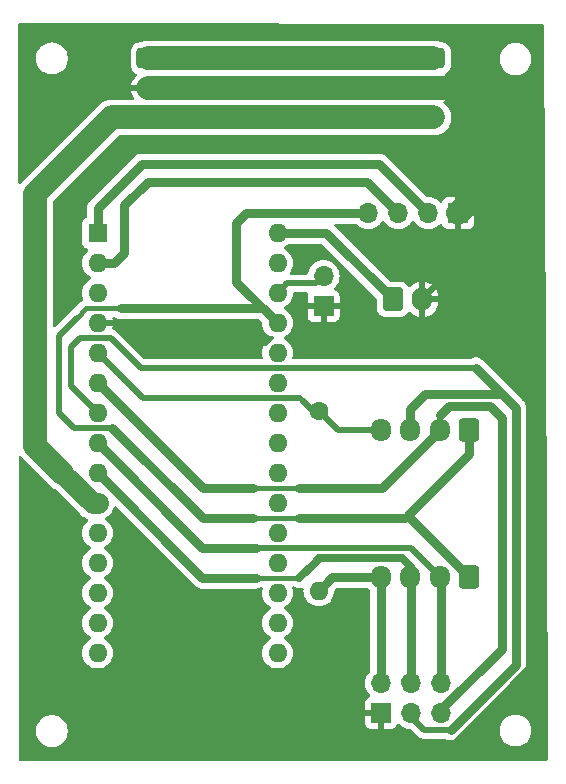
<source format=gbr>
%TF.GenerationSoftware,KiCad,Pcbnew,8.0.0*%
%TF.CreationDate,2024-04-24T20:10:34-07:00*%
%TF.ProjectId,stepper_controller_pcb,73746570-7065-4725-9f63-6f6e74726f6c,rev?*%
%TF.SameCoordinates,Original*%
%TF.FileFunction,Copper,L2,Bot*%
%TF.FilePolarity,Positive*%
%FSLAX46Y46*%
G04 Gerber Fmt 4.6, Leading zero omitted, Abs format (unit mm)*
G04 Created by KiCad (PCBNEW 8.0.0) date 2024-04-24 20:10:34*
%MOMM*%
%LPD*%
G01*
G04 APERTURE LIST*
G04 Aperture macros list*
%AMRoundRect*
0 Rectangle with rounded corners*
0 $1 Rounding radius*
0 $2 $3 $4 $5 $6 $7 $8 $9 X,Y pos of 4 corners*
0 Add a 4 corners polygon primitive as box body*
4,1,4,$2,$3,$4,$5,$6,$7,$8,$9,$2,$3,0*
0 Add four circle primitives for the rounded corners*
1,1,$1+$1,$2,$3*
1,1,$1+$1,$4,$5*
1,1,$1+$1,$6,$7*
1,1,$1+$1,$8,$9*
0 Add four rect primitives between the rounded corners*
20,1,$1+$1,$2,$3,$4,$5,0*
20,1,$1+$1,$4,$5,$6,$7,0*
20,1,$1+$1,$6,$7,$8,$9,0*
20,1,$1+$1,$8,$9,$2,$3,0*%
G04 Aperture macros list end*
%TA.AperFunction,ComponentPad*%
%ADD10RoundRect,0.250000X-0.725000X0.600000X-0.725000X-0.600000X0.725000X-0.600000X0.725000X0.600000X0*%
%TD*%
%TA.AperFunction,ComponentPad*%
%ADD11O,1.950000X1.700000*%
%TD*%
%TA.AperFunction,ComponentPad*%
%ADD12R,1.700000X1.700000*%
%TD*%
%TA.AperFunction,ComponentPad*%
%ADD13O,1.700000X1.700000*%
%TD*%
%TA.AperFunction,ComponentPad*%
%ADD14R,1.600000X1.600000*%
%TD*%
%TA.AperFunction,ComponentPad*%
%ADD15O,1.600000X1.600000*%
%TD*%
%TA.AperFunction,ComponentPad*%
%ADD16RoundRect,0.250000X0.600000X0.725000X-0.600000X0.725000X-0.600000X-0.725000X0.600000X-0.725000X0*%
%TD*%
%TA.AperFunction,ComponentPad*%
%ADD17O,1.700000X1.950000*%
%TD*%
%TA.AperFunction,ComponentPad*%
%ADD18RoundRect,0.250000X-0.600000X-0.750000X0.600000X-0.750000X0.600000X0.750000X-0.600000X0.750000X0*%
%TD*%
%TA.AperFunction,ComponentPad*%
%ADD19O,1.700000X2.000000*%
%TD*%
%TA.AperFunction,ComponentPad*%
%ADD20C,1.600000*%
%TD*%
%TA.AperFunction,Conductor*%
%ADD21C,0.700000*%
%TD*%
%TA.AperFunction,Conductor*%
%ADD22C,0.400000*%
%TD*%
%TA.AperFunction,Conductor*%
%ADD23C,0.800000*%
%TD*%
%TA.AperFunction,Conductor*%
%ADD24C,0.500000*%
%TD*%
%TA.AperFunction,Conductor*%
%ADD25C,0.300000*%
%TD*%
%TA.AperFunction,Conductor*%
%ADD26C,2.000000*%
%TD*%
%TA.AperFunction,Conductor*%
%ADD27C,1.800000*%
%TD*%
%TA.AperFunction,Conductor*%
%ADD28C,0.200000*%
%TD*%
%TA.AperFunction,Conductor*%
%ADD29C,0.350000*%
%TD*%
G04 APERTURE END LIST*
D10*
%TO.P,J8,1,Pin_1*%
%TO.N,+12V*%
X112900000Y-62050000D03*
D11*
%TO.P,J8,2,Pin_2*%
%TO.N,gnd!*%
X112900000Y-64550000D03*
%TO.P,J8,3,Pin_3*%
%TO.N,LASER_PWM*%
X112900000Y-67050000D03*
%TD*%
D10*
%TO.P,J7,1,Pin_1*%
%TO.N,+12V*%
X88775000Y-62050000D03*
D11*
%TO.P,J7,2,Pin_2*%
%TO.N,gnd!*%
X88775000Y-64550000D03*
%TO.P,J7,3,Pin_3*%
%TO.N,LASER_PWM*%
X88775000Y-67050000D03*
%TD*%
D12*
%TO.P,J5,1,Pin_1*%
%TO.N,gnd!*%
X115005000Y-75160000D03*
D13*
%TO.P,J5,2,Pin_2*%
%TO.N,UART_TX*%
X112465000Y-75160000D03*
%TO.P,J5,3,Pin_3*%
%TO.N,UART_RX*%
X109925000Y-75160000D03*
%TO.P,J5,4,Pin_4*%
%TO.N,+5V*%
X107385000Y-75160000D03*
%TD*%
D14*
%TO.P,A1,1,D1/TX*%
%TO.N,UART_TX*%
X84465000Y-76845000D03*
D15*
%TO.P,A1,2,D0/RX*%
%TO.N,UART_RX*%
X84465000Y-79385000D03*
%TO.P,A1,3,~{RESET}*%
%TO.N,unconnected-(A1-~{RESET}-Pad3)*%
X84465000Y-81925000D03*
%TO.P,A1,4,GND*%
%TO.N,gnd!*%
X84465000Y-84465000D03*
%TO.P,A1,5,D2*%
%TO.N,ENA*%
X84465000Y-87005000D03*
%TO.P,A1,6,D3*%
%TO.N,PULSE_X*%
X84465000Y-89545000D03*
%TO.P,A1,7,D4*%
%TO.N,DIR_X*%
X84465000Y-92085000D03*
%TO.P,A1,8,D5*%
%TO.N,PULSE_Y*%
X84465000Y-94625000D03*
%TO.P,A1,9,D6*%
%TO.N,DIR_Y*%
X84465000Y-97165000D03*
%TO.P,A1,10,D7*%
%TO.N,LASER_PWM*%
X84465000Y-99705000D03*
%TO.P,A1,11,D8*%
%TO.N,unconnected-(A1-D8-Pad11)*%
X84465000Y-102245000D03*
%TO.P,A1,12,D9*%
%TO.N,unconnected-(A1-D9-Pad12)*%
X84465000Y-104785000D03*
%TO.P,A1,13,D10*%
%TO.N,unconnected-(A1-D10-Pad13)*%
X84465000Y-107325000D03*
%TO.P,A1,14,D11*%
%TO.N,unconnected-(A1-D11-Pad14)*%
X84465000Y-109865000D03*
%TO.P,A1,15,D12*%
%TO.N,unconnected-(A1-D12-Pad15)*%
X84465000Y-112405000D03*
%TO.P,A1,16,D13*%
%TO.N,unconnected-(A1-D13-Pad16)*%
X99705000Y-112405000D03*
%TO.P,A1,17,3V3*%
%TO.N,unconnected-(A1-3V3-Pad17)*%
X99705000Y-109865000D03*
%TO.P,A1,18,AREF*%
%TO.N,unconnected-(A1-AREF-Pad18)*%
X99705000Y-107325000D03*
%TO.P,A1,19,A0*%
%TO.N,unconnected-(A1-A0-Pad19)*%
X99705000Y-104785000D03*
%TO.P,A1,20,A1*%
%TO.N,unconnected-(A1-A1-Pad20)*%
X99705000Y-102245000D03*
%TO.P,A1,21,A2*%
%TO.N,unconnected-(A1-A2-Pad21)*%
X99705000Y-99705000D03*
%TO.P,A1,22,A3*%
%TO.N,unconnected-(A1-A3-Pad22)*%
X99705000Y-97165000D03*
%TO.P,A1,23,A4*%
%TO.N,unconnected-(A1-A4-Pad23)*%
X99705000Y-94625000D03*
%TO.P,A1,24,A5*%
%TO.N,unconnected-(A1-A5-Pad24)*%
X99705000Y-92085000D03*
%TO.P,A1,25,A6*%
%TO.N,unconnected-(A1-A6-Pad25)*%
X99705000Y-89545000D03*
%TO.P,A1,26,A7*%
%TO.N,unconnected-(A1-A7-Pad26)*%
X99705000Y-87005000D03*
%TO.P,A1,27,+5V*%
%TO.N,+5V*%
X99705000Y-84465000D03*
%TO.P,A1,28,~{RESET}*%
%TO.N,RST!*%
X99705000Y-81925000D03*
%TO.P,A1,29,GND*%
%TO.N,unconnected-(A1-GND-Pad29)*%
X99705000Y-79385000D03*
%TO.P,A1,30,VIN*%
%TO.N,Vcc*%
X99705000Y-76845000D03*
%TD*%
D16*
%TO.P,J3,1,Pin_1*%
%TO.N,+5V*%
X115955000Y-93530000D03*
D17*
%TO.P,J3,2,Pin_2*%
%TO.N,PULSE_X*%
X113455000Y-93530000D03*
%TO.P,J3,3,Pin_3*%
%TO.N,DIR_X*%
X110955000Y-93530000D03*
%TO.P,J3,4,Pin_4*%
%TO.N,ENA*%
X108455000Y-93530000D03*
%TD*%
D12*
%TO.P,J1,1,Pin_1*%
%TO.N,gnd!*%
X108455000Y-117480000D03*
D13*
%TO.P,J1,2,Pin_2*%
%TO.N,ENA*%
X108455000Y-114940000D03*
%TO.P,J1,3,Pin_3*%
%TO.N,DIR_X*%
X110995000Y-117480000D03*
%TO.P,J1,4,Pin_4*%
%TO.N,DIR_Y*%
X110995000Y-114940000D03*
%TO.P,J1,5,Pin_5*%
%TO.N,PULSE_X*%
X113535000Y-117480000D03*
%TO.P,J1,6,Pin_6*%
%TO.N,PULSE_Y*%
X113535000Y-114940000D03*
%TD*%
D12*
%TO.P,J6,1,Pin_1*%
%TO.N,gnd!*%
X103605004Y-83030000D03*
D13*
%TO.P,J6,2,Pin_2*%
%TO.N,RST!*%
X103605004Y-80490000D03*
%TD*%
D16*
%TO.P,J4,1,Pin_1*%
%TO.N,+5V*%
X115955000Y-105980000D03*
D17*
%TO.P,J4,2,Pin_2*%
%TO.N,PULSE_Y*%
X113455000Y-105980000D03*
%TO.P,J4,3,Pin_3*%
%TO.N,DIR_Y*%
X110955000Y-105980000D03*
%TO.P,J4,4,Pin_4*%
%TO.N,ENA*%
X108455000Y-105980000D03*
%TD*%
D18*
%TO.P,J2,1,Pin_1*%
%TO.N,Vcc*%
X109455000Y-82455000D03*
D19*
%TO.P,J2,2,Pin_2*%
%TO.N,gnd!*%
X111955000Y-82455000D03*
%TD*%
D20*
%TO.P,R1,1*%
%TO.N,ENA*%
X103205000Y-91885000D03*
D15*
%TO.P,R1,2*%
X103205000Y-107125000D03*
%TD*%
D21*
%TO.N,DIR_Y*%
X103257500Y-104350000D02*
X110250000Y-104350000D01*
X110250000Y-104350000D02*
X110995000Y-105095000D01*
X110995000Y-105095000D02*
X110995000Y-106020000D01*
X102855000Y-104745000D02*
X101565000Y-106035000D01*
D22*
%TO.N,+5V*%
X82705000Y-84015004D02*
X83505004Y-83215000D01*
D23*
X98455000Y-83215000D02*
X86450000Y-83215000D01*
D22*
X83505004Y-83215000D02*
X86450000Y-83215000D01*
X86450000Y-83215000D02*
X85950000Y-83215000D01*
D24*
X110782502Y-100702498D02*
X110480000Y-101005000D01*
D23*
X110480000Y-101005000D02*
X101500000Y-101005000D01*
D22*
X101500000Y-101005000D02*
X93705000Y-101005000D01*
%TO.N,DIR_Y*%
X101565000Y-106035000D02*
X97850000Y-106035000D01*
D21*
X102862500Y-104745000D02*
X103257500Y-104350000D01*
D23*
X84465000Y-97165000D02*
X93335000Y-106035000D01*
X93335000Y-106035000D02*
X97850000Y-106035000D01*
D22*
%TO.N,PULSE_X*%
X101550000Y-98445000D02*
X97650000Y-98445000D01*
D23*
X97650000Y-98445000D02*
X93365000Y-98445000D01*
X93365000Y-98445000D02*
X84465000Y-89545000D01*
%TO.N,+5V*%
X97650000Y-101005000D02*
X93355004Y-101005000D01*
X93355004Y-101005000D02*
X85705004Y-93355000D01*
D25*
X97650000Y-101005000D02*
X93705000Y-101005000D01*
D24*
%TO.N,PULSE_Y*%
X97850000Y-103505000D02*
X110980000Y-103505000D01*
X110980000Y-103505000D02*
X113455000Y-105980000D01*
D23*
X84465000Y-94625000D02*
X93345000Y-103505000D01*
X93345000Y-103505000D02*
X97850000Y-103505000D01*
%TO.N,ENA*%
X108455000Y-105980000D02*
X104350000Y-105980000D01*
X104350000Y-105980000D02*
X103205000Y-107125000D01*
D24*
X88615000Y-90815000D02*
X88275000Y-90815000D01*
X88275000Y-90815000D02*
X84465000Y-87005000D01*
D23*
%TO.N,PULSE_X*%
X108540000Y-98445000D02*
X113455000Y-93530000D01*
X101550000Y-98445000D02*
X108540000Y-98445000D01*
%TO.N,ENA*%
X108455000Y-105980000D02*
X108455000Y-114940000D01*
D26*
%TO.N,LASER_PWM*%
X79200000Y-94850000D02*
X79200000Y-73500000D01*
D27*
X84465000Y-99705000D02*
X84055000Y-99705000D01*
X84055000Y-99705000D02*
X81500000Y-97150000D01*
D26*
X85650000Y-67050000D02*
X88775000Y-67050000D01*
X81500000Y-97150000D02*
X79200000Y-94850000D01*
X79200000Y-73500000D02*
X85650000Y-67050000D01*
%TO.N,+12V*%
X88775000Y-62050000D02*
X112900000Y-62050000D01*
%TO.N,gnd!*%
X112900000Y-64550000D02*
X88775000Y-64550000D01*
%TO.N,LASER_PWM*%
X112900000Y-67050000D02*
X88775000Y-67050000D01*
%TO.N,gnd!*%
X112900000Y-64550000D02*
X114950000Y-64550000D01*
X114950000Y-64550000D02*
X117000000Y-66600000D01*
X117000000Y-66600000D02*
X117000000Y-73165000D01*
X117000000Y-73165000D02*
X115005000Y-75160000D01*
D24*
%TO.N,+5V*%
X110782502Y-100702498D02*
X110782502Y-100807502D01*
D23*
X115955000Y-95530000D02*
X110782502Y-100702498D01*
X96205000Y-80965000D02*
X99705000Y-84465000D01*
D24*
X81205004Y-92105000D02*
X81205004Y-85515000D01*
D23*
X110782502Y-100807502D02*
X115955000Y-105980000D01*
X107385000Y-75160000D02*
X97050000Y-75160000D01*
X115955000Y-93530000D02*
X115955000Y-95530000D01*
D24*
X81205004Y-85515000D02*
X82705000Y-84015004D01*
D23*
X96205000Y-76005000D02*
X96205000Y-80965000D01*
D24*
X85705004Y-93355000D02*
X82455004Y-93355000D01*
D23*
X97050000Y-75160000D02*
X96205000Y-76005000D01*
D24*
X82455004Y-93355000D02*
X81205004Y-92105000D01*
X99705000Y-84465000D02*
X98455000Y-83215000D01*
D25*
%TO.N,ENA*%
X101805000Y-90985000D02*
X101635000Y-90815000D01*
D24*
X102705000Y-91885000D02*
X101805000Y-90985000D01*
X104850000Y-93530000D02*
X103205000Y-91885000D01*
X108455000Y-93530000D02*
X104850000Y-93530000D01*
X101635000Y-90815000D02*
X88615000Y-90815000D01*
D23*
%TO.N,PULSE_X*%
X114205000Y-91505000D02*
X117705000Y-91505000D01*
X113455000Y-92255000D02*
X114205000Y-91505000D01*
X117705000Y-91505000D02*
X118705000Y-92505000D01*
X118705000Y-112020000D02*
X113245000Y-117480000D01*
X118705000Y-92505000D02*
X118705000Y-112020000D01*
D24*
X113455000Y-93530000D02*
X113455000Y-92255000D01*
D23*
%TO.N,DIR_X*%
X110955000Y-91755000D02*
X110955000Y-93530000D01*
X116475000Y-88275000D02*
X118705000Y-90505000D01*
X114355004Y-118885000D02*
X119855004Y-113385000D01*
X119855004Y-91655004D02*
X118705000Y-90505000D01*
D24*
X82955004Y-85755000D02*
X85589314Y-85755000D01*
X84465000Y-92085000D02*
X82205004Y-89825004D01*
X88109314Y-88275000D02*
X116475000Y-88275000D01*
X110705000Y-117480000D02*
X112110000Y-118885000D01*
X82205004Y-86505000D02*
X82955004Y-85755000D01*
D23*
X118705000Y-90505000D02*
X112205000Y-90505000D01*
D24*
X85589314Y-85755000D02*
X88109314Y-88275000D01*
D23*
X119855004Y-113385000D02*
X119855004Y-91655004D01*
D24*
X82205004Y-89825004D02*
X82205004Y-86505000D01*
X112110000Y-118885000D02*
X114355004Y-118885000D01*
D23*
X112205000Y-90505000D02*
X110955000Y-91755000D01*
%TO.N,Vcc*%
X99705000Y-76845000D02*
X103845000Y-76845000D01*
X103845000Y-76845000D02*
X109455000Y-82455000D01*
D28*
%TO.N,gnd!*%
X94015004Y-84465000D02*
X96005004Y-86455000D01*
X84465000Y-84465000D02*
X94015004Y-84465000D01*
D24*
X114705000Y-120005000D02*
X121205000Y-113505000D01*
X115005000Y-79405000D02*
X113555000Y-80855000D01*
X114155000Y-82455000D02*
X111955000Y-82455000D01*
X110255004Y-86505000D02*
X111955000Y-84805004D01*
X113555000Y-80855000D02*
X114705000Y-79705000D01*
D29*
X97508252Y-86258248D02*
X95705004Y-84455000D01*
D24*
X111955000Y-84805004D02*
X111955000Y-83005000D01*
X103605004Y-83030000D02*
X103605004Y-84755000D01*
D29*
X99255004Y-85695000D02*
X99115004Y-85695000D01*
D24*
X103605004Y-84755000D02*
X105355004Y-86505000D01*
X115005000Y-75160000D02*
X115005000Y-79405000D01*
D28*
X108455000Y-117480000D02*
X108455000Y-117190000D01*
D24*
X121205000Y-89505000D02*
X114155000Y-82455000D01*
X121205000Y-113505000D02*
X121205000Y-89505000D01*
D29*
X98691756Y-86258248D02*
X97508252Y-86258248D01*
D24*
X111955000Y-82455000D02*
X115005000Y-79405000D01*
X105355004Y-86505000D02*
X110255004Y-86505000D01*
D29*
X99255004Y-85695000D02*
X98691756Y-86258248D01*
D24*
%TO.N,RST!*%
X100525000Y-81105000D02*
X102990004Y-81105000D01*
X102990004Y-81105000D02*
X103605004Y-80490000D01*
X99705000Y-81925000D02*
X100525000Y-81105000D01*
D28*
%TO.N,DIR_Y*%
X110995000Y-106020000D02*
X110955000Y-105980000D01*
D23*
X110995000Y-114940000D02*
X110995000Y-106020000D01*
D24*
X110455000Y-114690000D02*
X110705000Y-114940000D01*
D28*
%TO.N,PULSE_Y*%
X113535000Y-106060000D02*
X113455000Y-105980000D01*
D23*
X113535000Y-114940000D02*
X113535000Y-106060000D01*
D24*
X113245000Y-106270000D02*
X112955000Y-105980000D01*
D23*
%TO.N,UART_TX*%
X84465000Y-74745000D02*
X88205000Y-71005000D01*
X108310000Y-71005000D02*
X112465000Y-75160000D01*
X84465000Y-76845000D02*
X84465000Y-74745000D01*
X88205000Y-71005000D02*
X108310000Y-71005000D01*
%TO.N,UART_RX*%
X88705000Y-72505000D02*
X86705000Y-74505000D01*
X107270000Y-72505000D02*
X88705000Y-72505000D01*
X109925000Y-75160000D02*
X107270000Y-72505000D01*
X86705000Y-78505000D02*
X85825000Y-79385000D01*
X85825000Y-79385000D02*
X84465000Y-79385000D01*
X86705000Y-74505000D02*
X86705000Y-78505000D01*
%TD*%
%TA.AperFunction,Conductor*%
%TO.N,gnd!*%
G36*
X122179101Y-59163933D02*
G01*
X122246090Y-59183787D01*
X122291711Y-59236706D01*
X122302785Y-59287277D01*
X122522570Y-100842681D01*
X122624984Y-120206557D01*
X122631190Y-121379844D01*
X122611861Y-121446987D01*
X122559299Y-121493020D01*
X122507192Y-121504500D01*
X80705563Y-121504500D01*
X77923826Y-121500414D01*
X77856815Y-121480631D01*
X77811138Y-121427760D01*
X77800008Y-121376514D01*
X77798223Y-119111286D01*
X79249500Y-119111286D01*
X79282753Y-119321239D01*
X79348444Y-119523414D01*
X79444951Y-119712820D01*
X79569890Y-119884786D01*
X79720213Y-120035109D01*
X79892179Y-120160048D01*
X79892181Y-120160049D01*
X79892184Y-120160051D01*
X80081588Y-120256557D01*
X80283757Y-120322246D01*
X80493713Y-120355500D01*
X80493714Y-120355500D01*
X80706286Y-120355500D01*
X80706287Y-120355500D01*
X80916243Y-120322246D01*
X81118412Y-120256557D01*
X81307816Y-120160051D01*
X81376640Y-120110048D01*
X81479786Y-120035109D01*
X81479788Y-120035106D01*
X81479792Y-120035104D01*
X81630104Y-119884792D01*
X81630106Y-119884788D01*
X81630109Y-119884786D01*
X81755048Y-119712820D01*
X81755047Y-119712820D01*
X81755051Y-119712816D01*
X81851557Y-119523412D01*
X81917246Y-119321243D01*
X81950500Y-119111287D01*
X81950500Y-118898713D01*
X81917246Y-118688757D01*
X81851557Y-118486588D01*
X81755051Y-118297184D01*
X81755049Y-118297181D01*
X81755048Y-118297179D01*
X81630109Y-118125213D01*
X81479786Y-117974890D01*
X81307820Y-117849951D01*
X81118414Y-117753444D01*
X81118413Y-117753443D01*
X81118412Y-117753443D01*
X80916243Y-117687754D01*
X80916241Y-117687753D01*
X80916240Y-117687753D01*
X80754957Y-117662208D01*
X80706287Y-117654500D01*
X80493713Y-117654500D01*
X80445042Y-117662208D01*
X80283760Y-117687753D01*
X80081585Y-117753444D01*
X79892179Y-117849951D01*
X79720213Y-117974890D01*
X79569890Y-118125213D01*
X79444951Y-118297179D01*
X79348444Y-118486585D01*
X79282753Y-118688760D01*
X79249500Y-118898713D01*
X79249500Y-119111286D01*
X77798223Y-119111286D01*
X77779876Y-95829897D01*
X77799508Y-95762846D01*
X77852276Y-95717049D01*
X77921426Y-95707051D01*
X77985005Y-95736026D01*
X78004192Y-95756915D01*
X78055483Y-95827510D01*
X80522490Y-98294517D01*
X80649874Y-98387067D01*
X80713567Y-98433344D01*
X80806331Y-98480608D01*
X80877871Y-98517060D01*
X80909257Y-98539863D01*
X82983632Y-100614238D01*
X82983646Y-100614253D01*
X82986756Y-100617363D01*
X82986758Y-100617365D01*
X83142635Y-100773242D01*
X83142638Y-100773244D01*
X83142642Y-100773248D01*
X83238210Y-100842681D01*
X83320978Y-100902815D01*
X83449375Y-100968237D01*
X83517393Y-101002895D01*
X83517399Y-101002897D01*
X83591072Y-101026834D01*
X83648748Y-101066270D01*
X83675947Y-101130628D01*
X83664033Y-101199475D01*
X83629042Y-101240325D01*
X83630006Y-101241474D01*
X83625861Y-101244951D01*
X83464954Y-101405858D01*
X83334432Y-101592265D01*
X83334431Y-101592267D01*
X83238261Y-101798502D01*
X83238258Y-101798511D01*
X83179366Y-102018302D01*
X83179364Y-102018313D01*
X83159532Y-102244998D01*
X83159532Y-102245001D01*
X83179364Y-102471686D01*
X83179366Y-102471697D01*
X83238258Y-102691488D01*
X83238261Y-102691497D01*
X83334431Y-102897732D01*
X83334432Y-102897734D01*
X83464954Y-103084141D01*
X83625858Y-103245045D01*
X83625861Y-103245047D01*
X83812266Y-103375568D01*
X83870275Y-103402618D01*
X83922714Y-103448791D01*
X83941866Y-103515984D01*
X83921650Y-103582865D01*
X83870275Y-103627382D01*
X83812267Y-103654431D01*
X83812265Y-103654432D01*
X83625858Y-103784954D01*
X83464954Y-103945858D01*
X83334432Y-104132265D01*
X83334431Y-104132267D01*
X83238261Y-104338502D01*
X83238258Y-104338511D01*
X83179366Y-104558302D01*
X83179364Y-104558313D01*
X83159532Y-104784998D01*
X83159532Y-104785001D01*
X83172713Y-104935668D01*
X83179365Y-105011692D01*
X83200020Y-105088778D01*
X83238258Y-105231488D01*
X83238261Y-105231497D01*
X83334431Y-105437732D01*
X83334432Y-105437734D01*
X83464954Y-105624141D01*
X83625858Y-105785045D01*
X83625861Y-105785047D01*
X83812266Y-105915568D01*
X83870275Y-105942618D01*
X83922714Y-105988791D01*
X83941866Y-106055984D01*
X83921650Y-106122865D01*
X83870275Y-106167382D01*
X83812267Y-106194431D01*
X83812265Y-106194432D01*
X83625858Y-106324954D01*
X83464954Y-106485858D01*
X83334432Y-106672265D01*
X83334431Y-106672267D01*
X83238261Y-106878502D01*
X83238258Y-106878511D01*
X83179366Y-107098302D01*
X83179364Y-107098313D01*
X83159532Y-107324998D01*
X83159532Y-107325001D01*
X83179364Y-107551686D01*
X83179366Y-107551697D01*
X83238258Y-107771488D01*
X83238261Y-107771497D01*
X83334431Y-107977732D01*
X83334432Y-107977734D01*
X83464954Y-108164141D01*
X83625858Y-108325045D01*
X83625861Y-108325047D01*
X83812266Y-108455568D01*
X83870275Y-108482618D01*
X83922714Y-108528791D01*
X83941866Y-108595984D01*
X83921650Y-108662865D01*
X83870275Y-108707382D01*
X83812267Y-108734431D01*
X83812265Y-108734432D01*
X83625858Y-108864954D01*
X83464954Y-109025858D01*
X83334432Y-109212265D01*
X83334431Y-109212267D01*
X83238261Y-109418502D01*
X83238258Y-109418511D01*
X83179366Y-109638302D01*
X83179364Y-109638313D01*
X83159532Y-109864998D01*
X83159532Y-109865001D01*
X83179364Y-110091686D01*
X83179366Y-110091697D01*
X83238258Y-110311488D01*
X83238261Y-110311497D01*
X83334431Y-110517732D01*
X83334432Y-110517734D01*
X83464954Y-110704141D01*
X83625858Y-110865045D01*
X83625861Y-110865047D01*
X83812266Y-110995568D01*
X83870275Y-111022618D01*
X83922714Y-111068791D01*
X83941866Y-111135984D01*
X83921650Y-111202865D01*
X83870275Y-111247382D01*
X83812267Y-111274431D01*
X83812265Y-111274432D01*
X83625858Y-111404954D01*
X83464954Y-111565858D01*
X83334432Y-111752265D01*
X83334431Y-111752267D01*
X83238261Y-111958502D01*
X83238258Y-111958511D01*
X83179366Y-112178302D01*
X83179364Y-112178313D01*
X83159532Y-112404998D01*
X83159532Y-112405001D01*
X83179364Y-112631686D01*
X83179366Y-112631697D01*
X83238258Y-112851488D01*
X83238261Y-112851497D01*
X83334431Y-113057732D01*
X83334432Y-113057734D01*
X83464954Y-113244141D01*
X83625858Y-113405045D01*
X83625861Y-113405047D01*
X83812266Y-113535568D01*
X84018504Y-113631739D01*
X84238308Y-113690635D01*
X84400230Y-113704801D01*
X84464998Y-113710468D01*
X84465000Y-113710468D01*
X84465002Y-113710468D01*
X84521673Y-113705509D01*
X84691692Y-113690635D01*
X84911496Y-113631739D01*
X85117734Y-113535568D01*
X85304139Y-113405047D01*
X85465047Y-113244139D01*
X85595568Y-113057734D01*
X85691739Y-112851496D01*
X85750635Y-112631692D01*
X85770468Y-112405000D01*
X85750635Y-112178308D01*
X85691739Y-111958504D01*
X85595568Y-111752266D01*
X85465047Y-111565861D01*
X85465045Y-111565858D01*
X85304141Y-111404954D01*
X85117734Y-111274432D01*
X85117728Y-111274429D01*
X85059725Y-111247382D01*
X85007285Y-111201210D01*
X84988133Y-111134017D01*
X85008348Y-111067135D01*
X85059725Y-111022618D01*
X85117734Y-110995568D01*
X85304139Y-110865047D01*
X85465047Y-110704139D01*
X85595568Y-110517734D01*
X85691739Y-110311496D01*
X85750635Y-110091692D01*
X85770468Y-109865000D01*
X85750635Y-109638308D01*
X85691739Y-109418504D01*
X85595568Y-109212266D01*
X85465047Y-109025861D01*
X85465045Y-109025858D01*
X85304141Y-108864954D01*
X85117734Y-108734432D01*
X85117728Y-108734429D01*
X85059725Y-108707382D01*
X85007285Y-108661210D01*
X84988133Y-108594017D01*
X85008348Y-108527135D01*
X85059725Y-108482618D01*
X85117734Y-108455568D01*
X85304139Y-108325047D01*
X85465047Y-108164139D01*
X85595568Y-107977734D01*
X85691739Y-107771496D01*
X85750635Y-107551692D01*
X85770468Y-107325000D01*
X85768080Y-107297710D01*
X85760036Y-107205758D01*
X85750635Y-107098308D01*
X85697454Y-106899833D01*
X85691741Y-106878511D01*
X85691738Y-106878502D01*
X85679760Y-106852815D01*
X85595568Y-106672266D01*
X85465047Y-106485861D01*
X85465045Y-106485858D01*
X85304141Y-106324954D01*
X85117734Y-106194432D01*
X85117728Y-106194429D01*
X85059725Y-106167382D01*
X85007285Y-106121210D01*
X84988133Y-106054017D01*
X85008348Y-105987135D01*
X85059725Y-105942618D01*
X85117734Y-105915568D01*
X85304139Y-105785047D01*
X85465047Y-105624139D01*
X85595568Y-105437734D01*
X85691739Y-105231496D01*
X85750635Y-105011692D01*
X85770468Y-104785000D01*
X85750635Y-104558308D01*
X85691739Y-104338504D01*
X85595568Y-104132266D01*
X85465047Y-103945861D01*
X85465045Y-103945858D01*
X85304141Y-103784954D01*
X85117734Y-103654432D01*
X85117728Y-103654429D01*
X85059725Y-103627382D01*
X85007285Y-103581210D01*
X84988133Y-103514017D01*
X85008348Y-103447135D01*
X85059725Y-103402618D01*
X85117734Y-103375568D01*
X85304139Y-103245047D01*
X85465047Y-103084139D01*
X85595568Y-102897734D01*
X85691739Y-102691496D01*
X85750635Y-102471692D01*
X85770468Y-102245000D01*
X85750635Y-102018308D01*
X85691739Y-101798504D01*
X85595568Y-101592266D01*
X85465047Y-101405861D01*
X85465045Y-101405858D01*
X85304141Y-101244954D01*
X85146092Y-101134288D01*
X85102467Y-101079711D01*
X85095273Y-101010213D01*
X85126796Y-100947858D01*
X85160917Y-100922230D01*
X85199022Y-100902815D01*
X85377365Y-100773242D01*
X85533242Y-100617365D01*
X85662815Y-100439022D01*
X85762895Y-100242606D01*
X85824507Y-100052980D01*
X85863942Y-99995306D01*
X85928301Y-99968107D01*
X85997147Y-99980021D01*
X86030118Y-100003618D01*
X89402068Y-103375567D01*
X92635536Y-106609035D01*
X92698766Y-106672265D01*
X92760966Y-106734465D01*
X92908449Y-106833011D01*
X92908451Y-106833011D01*
X92908453Y-106833013D01*
X93066089Y-106898307D01*
X93072334Y-106900894D01*
X93072338Y-106900895D01*
X93246305Y-106935500D01*
X93246308Y-106935500D01*
X97938693Y-106935500D01*
X97938694Y-106935499D01*
X97996682Y-106923964D01*
X98112658Y-106900896D01*
X98112661Y-106900894D01*
X98112666Y-106900894D01*
X98276547Y-106833013D01*
X98276546Y-106833013D01*
X98282175Y-106830682D01*
X98282940Y-106832531D01*
X98342341Y-106820159D01*
X98407587Y-106845154D01*
X98448962Y-106901456D01*
X98453329Y-106971189D01*
X98452176Y-106975853D01*
X98419366Y-107098302D01*
X98419364Y-107098313D01*
X98399532Y-107324998D01*
X98399532Y-107325001D01*
X98419364Y-107551686D01*
X98419366Y-107551697D01*
X98478258Y-107771488D01*
X98478261Y-107771497D01*
X98574431Y-107977732D01*
X98574432Y-107977734D01*
X98704954Y-108164141D01*
X98865858Y-108325045D01*
X98865861Y-108325047D01*
X99052266Y-108455568D01*
X99110275Y-108482618D01*
X99162714Y-108528791D01*
X99181866Y-108595984D01*
X99161650Y-108662865D01*
X99110275Y-108707382D01*
X99052267Y-108734431D01*
X99052265Y-108734432D01*
X98865858Y-108864954D01*
X98704954Y-109025858D01*
X98574432Y-109212265D01*
X98574431Y-109212267D01*
X98478261Y-109418502D01*
X98478258Y-109418511D01*
X98419366Y-109638302D01*
X98419364Y-109638313D01*
X98399532Y-109864998D01*
X98399532Y-109865001D01*
X98419364Y-110091686D01*
X98419366Y-110091697D01*
X98478258Y-110311488D01*
X98478261Y-110311497D01*
X98574431Y-110517732D01*
X98574432Y-110517734D01*
X98704954Y-110704141D01*
X98865858Y-110865045D01*
X98865861Y-110865047D01*
X99052266Y-110995568D01*
X99110275Y-111022618D01*
X99162714Y-111068791D01*
X99181866Y-111135984D01*
X99161650Y-111202865D01*
X99110275Y-111247382D01*
X99052267Y-111274431D01*
X99052265Y-111274432D01*
X98865858Y-111404954D01*
X98704954Y-111565858D01*
X98574432Y-111752265D01*
X98574431Y-111752267D01*
X98478261Y-111958502D01*
X98478258Y-111958511D01*
X98419366Y-112178302D01*
X98419364Y-112178313D01*
X98399532Y-112404998D01*
X98399532Y-112405001D01*
X98419364Y-112631686D01*
X98419366Y-112631697D01*
X98478258Y-112851488D01*
X98478261Y-112851497D01*
X98574431Y-113057732D01*
X98574432Y-113057734D01*
X98704954Y-113244141D01*
X98865858Y-113405045D01*
X98865861Y-113405047D01*
X99052266Y-113535568D01*
X99258504Y-113631739D01*
X99478308Y-113690635D01*
X99640230Y-113704801D01*
X99704998Y-113710468D01*
X99705000Y-113710468D01*
X99705002Y-113710468D01*
X99761673Y-113705509D01*
X99931692Y-113690635D01*
X100151496Y-113631739D01*
X100357734Y-113535568D01*
X100544139Y-113405047D01*
X100705047Y-113244139D01*
X100835568Y-113057734D01*
X100931739Y-112851496D01*
X100990635Y-112631692D01*
X101010468Y-112405000D01*
X100990635Y-112178308D01*
X100931739Y-111958504D01*
X100835568Y-111752266D01*
X100705047Y-111565861D01*
X100705045Y-111565858D01*
X100544141Y-111404954D01*
X100357734Y-111274432D01*
X100357728Y-111274429D01*
X100299725Y-111247382D01*
X100247285Y-111201210D01*
X100228133Y-111134017D01*
X100248348Y-111067135D01*
X100299725Y-111022618D01*
X100357734Y-110995568D01*
X100544139Y-110865047D01*
X100705047Y-110704139D01*
X100835568Y-110517734D01*
X100931739Y-110311496D01*
X100990635Y-110091692D01*
X101010468Y-109865000D01*
X100990635Y-109638308D01*
X100931739Y-109418504D01*
X100835568Y-109212266D01*
X100705047Y-109025861D01*
X100705045Y-109025858D01*
X100544141Y-108864954D01*
X100357734Y-108734432D01*
X100357728Y-108734429D01*
X100299725Y-108707382D01*
X100247285Y-108661210D01*
X100228133Y-108594017D01*
X100248348Y-108527135D01*
X100299725Y-108482618D01*
X100357734Y-108455568D01*
X100544139Y-108325047D01*
X100705047Y-108164139D01*
X100835568Y-107977734D01*
X100931739Y-107771496D01*
X100990635Y-107551692D01*
X101010468Y-107325000D01*
X101008080Y-107297710D01*
X101000036Y-107205758D01*
X100990635Y-107098308D01*
X100937454Y-106899832D01*
X100939117Y-106829984D01*
X100978280Y-106772121D01*
X101042508Y-106744617D01*
X101111410Y-106756204D01*
X101126121Y-106764639D01*
X101162132Y-106788701D01*
X101162134Y-106788702D01*
X101162137Y-106788704D01*
X101316919Y-106852816D01*
X101316921Y-106852816D01*
X101316926Y-106852818D01*
X101481228Y-106885499D01*
X101481232Y-106885500D01*
X101481233Y-106885500D01*
X101648768Y-106885500D01*
X101648768Y-106885499D01*
X101713441Y-106872635D01*
X101763171Y-106862744D01*
X101832762Y-106868971D01*
X101887940Y-106911834D01*
X101911184Y-106977724D01*
X101910890Y-106995168D01*
X101899532Y-107124997D01*
X101899532Y-107125001D01*
X101919364Y-107351686D01*
X101919366Y-107351697D01*
X101978258Y-107571488D01*
X101978261Y-107571497D01*
X102074431Y-107777732D01*
X102074432Y-107777734D01*
X102204954Y-107964141D01*
X102365858Y-108125045D01*
X102365861Y-108125047D01*
X102552266Y-108255568D01*
X102758504Y-108351739D01*
X102978308Y-108410635D01*
X103140230Y-108424801D01*
X103204998Y-108430468D01*
X103205000Y-108430468D01*
X103205002Y-108430468D01*
X103261673Y-108425509D01*
X103431692Y-108410635D01*
X103651496Y-108351739D01*
X103857734Y-108255568D01*
X104044139Y-108125047D01*
X104205047Y-107964139D01*
X104335568Y-107777734D01*
X104431739Y-107571496D01*
X104490635Y-107351692D01*
X104509599Y-107134924D01*
X104535051Y-107069857D01*
X104545431Y-107058067D01*
X104686682Y-106916816D01*
X104748003Y-106883334D01*
X104774361Y-106880500D01*
X107285942Y-106880500D01*
X107352981Y-106900185D01*
X107386260Y-106931615D01*
X107424890Y-106984786D01*
X107518181Y-107078077D01*
X107551666Y-107139400D01*
X107554500Y-107165758D01*
X107554500Y-113879241D01*
X107534815Y-113946280D01*
X107518181Y-113966922D01*
X107416505Y-114068597D01*
X107280965Y-114262169D01*
X107280964Y-114262171D01*
X107181098Y-114476335D01*
X107181094Y-114476344D01*
X107119938Y-114704586D01*
X107119936Y-114704596D01*
X107099341Y-114939999D01*
X107099341Y-114940000D01*
X107119936Y-115175403D01*
X107119938Y-115175413D01*
X107181094Y-115403655D01*
X107181096Y-115403659D01*
X107181097Y-115403663D01*
X107185000Y-115412032D01*
X107280965Y-115617830D01*
X107280967Y-115617834D01*
X107389281Y-115772521D01*
X107416501Y-115811396D01*
X107416506Y-115811402D01*
X107538818Y-115933714D01*
X107572303Y-115995037D01*
X107567319Y-116064729D01*
X107525447Y-116120662D01*
X107494471Y-116137577D01*
X107362912Y-116186646D01*
X107362906Y-116186649D01*
X107247812Y-116272809D01*
X107247809Y-116272812D01*
X107161649Y-116387906D01*
X107161645Y-116387913D01*
X107111403Y-116522620D01*
X107111401Y-116522627D01*
X107105000Y-116582155D01*
X107105000Y-117230000D01*
X108021988Y-117230000D01*
X107989075Y-117287007D01*
X107955000Y-117414174D01*
X107955000Y-117545826D01*
X107989075Y-117672993D01*
X108021988Y-117730000D01*
X107105000Y-117730000D01*
X107105000Y-118377844D01*
X107111401Y-118437372D01*
X107111403Y-118437379D01*
X107161645Y-118572086D01*
X107161649Y-118572093D01*
X107247809Y-118687187D01*
X107247812Y-118687190D01*
X107362906Y-118773350D01*
X107362913Y-118773354D01*
X107497620Y-118823596D01*
X107497627Y-118823598D01*
X107557155Y-118829999D01*
X107557172Y-118830000D01*
X108205000Y-118830000D01*
X108205000Y-117913012D01*
X108262007Y-117945925D01*
X108389174Y-117980000D01*
X108520826Y-117980000D01*
X108647993Y-117945925D01*
X108705000Y-117913012D01*
X108705000Y-118830000D01*
X109352828Y-118830000D01*
X109352844Y-118829999D01*
X109412372Y-118823598D01*
X109412379Y-118823596D01*
X109547086Y-118773354D01*
X109547093Y-118773350D01*
X109662187Y-118687190D01*
X109662190Y-118687187D01*
X109748350Y-118572093D01*
X109748354Y-118572086D01*
X109797422Y-118440529D01*
X109839293Y-118384595D01*
X109904757Y-118360178D01*
X109973030Y-118375030D01*
X110001285Y-118396181D01*
X110123599Y-118518495D01*
X110200135Y-118572086D01*
X110317165Y-118654032D01*
X110317167Y-118654033D01*
X110317170Y-118654035D01*
X110531337Y-118753903D01*
X110759592Y-118815063D01*
X110907661Y-118828017D01*
X110954743Y-118832137D01*
X111019811Y-118857590D01*
X111031616Y-118867984D01*
X111631586Y-119467954D01*
X111661058Y-119487645D01*
X111705270Y-119517186D01*
X111754505Y-119550084D01*
X111754506Y-119550084D01*
X111754507Y-119550085D01*
X111754509Y-119550086D01*
X111837508Y-119584465D01*
X111891087Y-119606658D01*
X111891091Y-119606658D01*
X111891092Y-119606659D01*
X112036079Y-119635500D01*
X112036082Y-119635500D01*
X112036083Y-119635500D01*
X112183917Y-119635500D01*
X113819735Y-119635500D01*
X113886774Y-119655185D01*
X113888626Y-119656398D01*
X113928457Y-119683012D01*
X114092338Y-119750895D01*
X114266307Y-119785499D01*
X114266311Y-119785500D01*
X114266312Y-119785500D01*
X114443697Y-119785500D01*
X114443698Y-119785499D01*
X114617670Y-119750895D01*
X114781551Y-119683012D01*
X114929040Y-119584464D01*
X115452218Y-119061286D01*
X118504504Y-119061286D01*
X118537757Y-119271239D01*
X118603448Y-119473414D01*
X118699955Y-119662820D01*
X118824894Y-119834786D01*
X118975217Y-119985109D01*
X119147183Y-120110048D01*
X119147185Y-120110049D01*
X119147188Y-120110051D01*
X119336592Y-120206557D01*
X119538761Y-120272246D01*
X119748717Y-120305500D01*
X119748718Y-120305500D01*
X119961290Y-120305500D01*
X119961291Y-120305500D01*
X120171247Y-120272246D01*
X120373416Y-120206557D01*
X120562820Y-120110051D01*
X120665970Y-120035109D01*
X120734790Y-119985109D01*
X120734792Y-119985106D01*
X120734796Y-119985104D01*
X120885108Y-119834792D01*
X120885110Y-119834788D01*
X120885113Y-119834786D01*
X121010052Y-119662820D01*
X121010051Y-119662820D01*
X121010055Y-119662816D01*
X121106561Y-119473412D01*
X121172250Y-119271243D01*
X121205504Y-119061287D01*
X121205504Y-118848713D01*
X121172250Y-118638757D01*
X121106561Y-118436588D01*
X121010055Y-118247184D01*
X121010053Y-118247181D01*
X121010052Y-118247179D01*
X120885113Y-118075213D01*
X120734790Y-117924890D01*
X120562824Y-117799951D01*
X120373418Y-117703444D01*
X120373417Y-117703443D01*
X120373416Y-117703443D01*
X120171247Y-117637754D01*
X120171245Y-117637753D01*
X120171244Y-117637753D01*
X120009961Y-117612208D01*
X119961291Y-117604500D01*
X119748717Y-117604500D01*
X119700046Y-117612208D01*
X119538764Y-117637753D01*
X119336589Y-117703444D01*
X119147183Y-117799951D01*
X118975217Y-117924890D01*
X118824894Y-118075213D01*
X118699955Y-118247179D01*
X118603448Y-118436585D01*
X118603447Y-118436587D01*
X118603447Y-118436588D01*
X118587202Y-118486585D01*
X118537757Y-118638760D01*
X118504504Y-118848713D01*
X118504504Y-119061286D01*
X115452218Y-119061286D01*
X120554468Y-113959035D01*
X120567521Y-113939500D01*
X120653017Y-113811547D01*
X120703100Y-113690635D01*
X120720899Y-113647666D01*
X120755504Y-113473691D01*
X120755504Y-113296308D01*
X120755504Y-91566313D01*
X120755503Y-91566307D01*
X120754541Y-91561469D01*
X120720899Y-91392338D01*
X120683499Y-91302048D01*
X120653017Y-91228457D01*
X120653016Y-91228455D01*
X120653015Y-91228453D01*
X120554469Y-91080970D01*
X120519357Y-91045858D01*
X120429039Y-90955540D01*
X120146643Y-90673144D01*
X119274717Y-89801216D01*
X119274694Y-89801195D01*
X117049041Y-87575540D01*
X117049034Y-87575534D01*
X116901548Y-87476988D01*
X116737666Y-87409105D01*
X116737658Y-87409103D01*
X116563696Y-87374500D01*
X116563692Y-87374500D01*
X116386308Y-87374500D01*
X116386303Y-87374500D01*
X116212341Y-87409103D01*
X116212333Y-87409105D01*
X116048456Y-87476986D01*
X116048447Y-87476991D01*
X116008622Y-87503602D01*
X115941945Y-87524480D01*
X115939731Y-87524500D01*
X101073778Y-87524500D01*
X101006739Y-87504815D01*
X100960984Y-87452011D01*
X100951040Y-87382853D01*
X100954003Y-87368407D01*
X100971483Y-87303170D01*
X100990635Y-87231692D01*
X101010468Y-87005000D01*
X100990635Y-86778308D01*
X100931739Y-86558504D01*
X100835568Y-86352266D01*
X100705047Y-86165861D01*
X100705045Y-86165858D01*
X100544141Y-86004954D01*
X100357734Y-85874432D01*
X100357728Y-85874429D01*
X100299725Y-85847382D01*
X100247285Y-85801210D01*
X100228133Y-85734017D01*
X100248348Y-85667135D01*
X100299725Y-85622618D01*
X100357734Y-85595568D01*
X100544139Y-85465047D01*
X100705047Y-85304139D01*
X100835568Y-85117734D01*
X100931739Y-84911496D01*
X100990635Y-84691692D01*
X101010468Y-84465000D01*
X100990635Y-84238308D01*
X100931739Y-84018504D01*
X100835568Y-83812266D01*
X100705047Y-83625861D01*
X100705045Y-83625858D01*
X100544141Y-83464954D01*
X100357734Y-83334432D01*
X100357728Y-83334429D01*
X100310823Y-83312557D01*
X100299724Y-83307381D01*
X100247285Y-83261210D01*
X100228133Y-83194017D01*
X100248348Y-83127135D01*
X100299725Y-83082618D01*
X100357734Y-83055568D01*
X100544139Y-82925047D01*
X100705047Y-82764139D01*
X100835568Y-82577734D01*
X100931739Y-82371496D01*
X100990635Y-82151692D01*
X101006645Y-81968691D01*
X101032097Y-81903624D01*
X101088688Y-81862645D01*
X101130173Y-81855500D01*
X102163795Y-81855500D01*
X102230834Y-81875185D01*
X102276589Y-81927989D01*
X102286533Y-81997147D01*
X102279977Y-82022834D01*
X102261406Y-82072623D01*
X102261405Y-82072627D01*
X102255004Y-82132155D01*
X102255004Y-82780000D01*
X103171992Y-82780000D01*
X103139079Y-82837007D01*
X103105004Y-82964174D01*
X103105004Y-83095826D01*
X103139079Y-83222993D01*
X103171992Y-83280000D01*
X102255004Y-83280000D01*
X102255004Y-83927844D01*
X102261405Y-83987372D01*
X102261407Y-83987379D01*
X102311649Y-84122086D01*
X102311653Y-84122093D01*
X102397813Y-84237187D01*
X102397816Y-84237190D01*
X102512910Y-84323350D01*
X102512917Y-84323354D01*
X102647624Y-84373596D01*
X102647631Y-84373598D01*
X102707159Y-84379999D01*
X102707176Y-84380000D01*
X103355004Y-84380000D01*
X103355004Y-83463012D01*
X103412011Y-83495925D01*
X103539178Y-83530000D01*
X103670830Y-83530000D01*
X103797997Y-83495925D01*
X103855004Y-83463012D01*
X103855004Y-84380000D01*
X104502832Y-84380000D01*
X104502848Y-84379999D01*
X104562376Y-84373598D01*
X104562383Y-84373596D01*
X104697090Y-84323354D01*
X104697097Y-84323350D01*
X104812191Y-84237190D01*
X104812194Y-84237187D01*
X104898354Y-84122093D01*
X104898358Y-84122086D01*
X104948600Y-83987379D01*
X104948602Y-83987372D01*
X104955003Y-83927844D01*
X104955004Y-83927827D01*
X104955004Y-83280000D01*
X104038016Y-83280000D01*
X104070929Y-83222993D01*
X104105004Y-83095826D01*
X104105004Y-82964174D01*
X104070929Y-82837007D01*
X104038016Y-82780000D01*
X104955004Y-82780000D01*
X104955004Y-82132172D01*
X104955003Y-82132155D01*
X104948602Y-82072627D01*
X104948600Y-82072620D01*
X104898358Y-81937913D01*
X104898354Y-81937906D01*
X104812194Y-81822812D01*
X104812191Y-81822809D01*
X104697097Y-81736649D01*
X104697092Y-81736646D01*
X104565532Y-81687577D01*
X104509599Y-81645705D01*
X104485182Y-81580241D01*
X104500034Y-81511968D01*
X104521179Y-81483720D01*
X104643499Y-81361401D01*
X104779039Y-81167830D01*
X104878907Y-80953663D01*
X104940067Y-80725408D01*
X104960663Y-80490000D01*
X104940067Y-80254592D01*
X104881960Y-80037732D01*
X104878909Y-80026344D01*
X104878908Y-80026343D01*
X104878907Y-80026337D01*
X104779039Y-79812171D01*
X104643499Y-79618599D01*
X104643498Y-79618597D01*
X104476406Y-79451506D01*
X104476399Y-79451501D01*
X104282838Y-79315967D01*
X104282834Y-79315965D01*
X104282832Y-79315964D01*
X104068667Y-79216097D01*
X104068663Y-79216096D01*
X104068659Y-79216094D01*
X103840417Y-79154938D01*
X103840407Y-79154936D01*
X103605005Y-79134341D01*
X103605003Y-79134341D01*
X103369600Y-79154936D01*
X103369590Y-79154938D01*
X103141348Y-79216094D01*
X103141339Y-79216098D01*
X102927175Y-79315964D01*
X102927173Y-79315965D01*
X102733601Y-79451505D01*
X102566509Y-79618597D01*
X102430969Y-79812169D01*
X102430968Y-79812171D01*
X102331102Y-80026335D01*
X102331098Y-80026344D01*
X102268540Y-80259821D01*
X102266769Y-80259346D01*
X102239359Y-80314642D01*
X102179409Y-80350528D01*
X102148276Y-80354500D01*
X100851969Y-80354500D01*
X100784930Y-80334815D01*
X100739175Y-80282011D01*
X100729231Y-80212853D01*
X100750393Y-80159377D01*
X100835568Y-80037734D01*
X100931739Y-79831496D01*
X100990635Y-79611692D01*
X101010468Y-79385000D01*
X100990635Y-79158308D01*
X100931739Y-78938504D01*
X100835568Y-78732266D01*
X100705047Y-78545861D01*
X100705045Y-78545858D01*
X100544141Y-78384954D01*
X100357734Y-78254432D01*
X100357728Y-78254429D01*
X100299725Y-78227382D01*
X100247285Y-78181210D01*
X100228133Y-78114017D01*
X100248348Y-78047135D01*
X100299725Y-78002618D01*
X100357734Y-77975568D01*
X100544139Y-77845047D01*
X100607368Y-77781817D01*
X100668689Y-77748334D01*
X100695048Y-77745500D01*
X103420638Y-77745500D01*
X103487677Y-77765185D01*
X103508319Y-77781819D01*
X108068181Y-82341681D01*
X108101666Y-82403004D01*
X108104500Y-82429362D01*
X108104500Y-83255001D01*
X108104501Y-83255019D01*
X108115000Y-83357796D01*
X108115001Y-83357799D01*
X108139608Y-83432056D01*
X108170186Y-83524334D01*
X108262288Y-83673656D01*
X108386344Y-83797712D01*
X108535666Y-83889814D01*
X108702203Y-83944999D01*
X108804991Y-83955500D01*
X110105008Y-83955499D01*
X110207797Y-83944999D01*
X110374334Y-83889814D01*
X110523656Y-83797712D01*
X110647712Y-83673656D01*
X110739814Y-83524334D01*
X110739814Y-83524331D01*
X110743448Y-83518441D01*
X110795395Y-83471716D01*
X110864358Y-83460493D01*
X110928440Y-83488336D01*
X110936668Y-83495856D01*
X111075535Y-83634723D01*
X111075540Y-83634727D01*
X111247442Y-83759620D01*
X111436782Y-83856095D01*
X111638871Y-83921757D01*
X111705000Y-83932231D01*
X111705000Y-82888012D01*
X111762007Y-82920925D01*
X111889174Y-82955000D01*
X112020826Y-82955000D01*
X112147993Y-82920925D01*
X112205000Y-82888012D01*
X112205000Y-83932230D01*
X112271126Y-83921757D01*
X112271129Y-83921757D01*
X112473217Y-83856095D01*
X112662557Y-83759620D01*
X112834459Y-83634727D01*
X112834464Y-83634723D01*
X112984723Y-83484464D01*
X112984727Y-83484459D01*
X113109620Y-83312557D01*
X113206095Y-83123217D01*
X113271757Y-82921130D01*
X113271757Y-82921127D01*
X113305000Y-82711246D01*
X113305000Y-82705000D01*
X112388012Y-82705000D01*
X112420925Y-82647993D01*
X112455000Y-82520826D01*
X112455000Y-82389174D01*
X112420925Y-82262007D01*
X112388012Y-82205000D01*
X113305000Y-82205000D01*
X113305000Y-82198753D01*
X113271757Y-81988872D01*
X113271757Y-81988869D01*
X113206095Y-81786782D01*
X113109620Y-81597442D01*
X112984727Y-81425540D01*
X112984723Y-81425535D01*
X112834464Y-81275276D01*
X112834459Y-81275272D01*
X112662557Y-81150379D01*
X112473215Y-81053903D01*
X112271124Y-80988241D01*
X112205000Y-80977768D01*
X112205000Y-82021988D01*
X112147993Y-81989075D01*
X112020826Y-81955000D01*
X111889174Y-81955000D01*
X111762007Y-81989075D01*
X111705000Y-82021988D01*
X111705000Y-80977768D01*
X111704999Y-80977768D01*
X111638875Y-80988241D01*
X111436784Y-81053903D01*
X111247442Y-81150379D01*
X111075541Y-81275271D01*
X110936668Y-81414144D01*
X110875345Y-81447628D01*
X110805653Y-81442644D01*
X110749720Y-81400772D01*
X110743448Y-81391558D01*
X110724843Y-81361395D01*
X110647712Y-81236344D01*
X110523656Y-81112288D01*
X110374334Y-81020186D01*
X110207797Y-80965001D01*
X110207795Y-80965000D01*
X110105016Y-80954500D01*
X110105009Y-80954500D01*
X109279362Y-80954500D01*
X109212323Y-80934815D01*
X109191681Y-80918181D01*
X104545682Y-76272181D01*
X104512197Y-76210858D01*
X104517181Y-76141166D01*
X104559053Y-76085233D01*
X104624517Y-76060816D01*
X104633363Y-76060500D01*
X106324242Y-76060500D01*
X106391281Y-76080185D01*
X106411923Y-76096819D01*
X106513599Y-76198495D01*
X106568454Y-76236905D01*
X106707165Y-76334032D01*
X106707167Y-76334033D01*
X106707170Y-76334035D01*
X106921337Y-76433903D01*
X107149592Y-76495063D01*
X107320319Y-76510000D01*
X107384999Y-76515659D01*
X107385000Y-76515659D01*
X107385001Y-76515659D01*
X107449681Y-76510000D01*
X107620408Y-76495063D01*
X107848663Y-76433903D01*
X108062830Y-76334035D01*
X108256401Y-76198495D01*
X108423495Y-76031401D01*
X108553425Y-75845842D01*
X108608002Y-75802217D01*
X108677500Y-75795023D01*
X108739855Y-75826546D01*
X108756575Y-75845842D01*
X108862511Y-75997135D01*
X108886505Y-76031401D01*
X109053599Y-76198495D01*
X109108454Y-76236905D01*
X109247165Y-76334032D01*
X109247167Y-76334033D01*
X109247170Y-76334035D01*
X109461337Y-76433903D01*
X109689592Y-76495063D01*
X109860319Y-76510000D01*
X109924999Y-76515659D01*
X109925000Y-76515659D01*
X109925001Y-76515659D01*
X109989681Y-76510000D01*
X110160408Y-76495063D01*
X110388663Y-76433903D01*
X110602830Y-76334035D01*
X110796401Y-76198495D01*
X110963495Y-76031401D01*
X111093425Y-75845842D01*
X111148002Y-75802217D01*
X111217500Y-75795023D01*
X111279855Y-75826546D01*
X111296575Y-75845842D01*
X111402511Y-75997135D01*
X111426505Y-76031401D01*
X111593599Y-76198495D01*
X111648454Y-76236905D01*
X111787165Y-76334032D01*
X111787167Y-76334033D01*
X111787170Y-76334035D01*
X112001337Y-76433903D01*
X112229592Y-76495063D01*
X112400319Y-76510000D01*
X112464999Y-76515659D01*
X112465000Y-76515659D01*
X112465001Y-76515659D01*
X112529681Y-76510000D01*
X112700408Y-76495063D01*
X112928663Y-76433903D01*
X113142830Y-76334035D01*
X113336401Y-76198495D01*
X113458717Y-76076178D01*
X113520036Y-76042696D01*
X113589728Y-76047680D01*
X113645662Y-76089551D01*
X113662577Y-76120528D01*
X113711646Y-76252088D01*
X113711649Y-76252093D01*
X113797809Y-76367187D01*
X113797812Y-76367190D01*
X113912906Y-76453350D01*
X113912913Y-76453354D01*
X114047620Y-76503596D01*
X114047627Y-76503598D01*
X114107155Y-76509999D01*
X114107172Y-76510000D01*
X114755000Y-76510000D01*
X114755000Y-75593012D01*
X114812007Y-75625925D01*
X114939174Y-75660000D01*
X115070826Y-75660000D01*
X115197993Y-75625925D01*
X115255000Y-75593012D01*
X115255000Y-76510000D01*
X115902828Y-76510000D01*
X115902844Y-76509999D01*
X115962372Y-76503598D01*
X115962379Y-76503596D01*
X116097086Y-76453354D01*
X116097093Y-76453350D01*
X116212187Y-76367190D01*
X116212190Y-76367187D01*
X116298350Y-76252093D01*
X116298354Y-76252086D01*
X116348596Y-76117379D01*
X116348598Y-76117372D01*
X116354999Y-76057844D01*
X116355000Y-76057827D01*
X116355000Y-75410000D01*
X115438012Y-75410000D01*
X115470925Y-75352993D01*
X115505000Y-75225826D01*
X115505000Y-75094174D01*
X115470925Y-74967007D01*
X115438012Y-74910000D01*
X116355000Y-74910000D01*
X116355000Y-74262172D01*
X116354999Y-74262155D01*
X116348598Y-74202627D01*
X116348596Y-74202620D01*
X116298354Y-74067913D01*
X116298350Y-74067906D01*
X116212190Y-73952812D01*
X116212187Y-73952809D01*
X116097093Y-73866649D01*
X116097086Y-73866645D01*
X115962379Y-73816403D01*
X115962372Y-73816401D01*
X115902844Y-73810000D01*
X115255000Y-73810000D01*
X115255000Y-74726988D01*
X115197993Y-74694075D01*
X115070826Y-74660000D01*
X114939174Y-74660000D01*
X114812007Y-74694075D01*
X114755000Y-74726988D01*
X114755000Y-73810000D01*
X114107155Y-73810000D01*
X114047627Y-73816401D01*
X114047620Y-73816403D01*
X113912913Y-73866645D01*
X113912906Y-73866649D01*
X113797812Y-73952809D01*
X113797809Y-73952812D01*
X113711649Y-74067906D01*
X113711645Y-74067913D01*
X113662578Y-74199470D01*
X113620707Y-74255404D01*
X113555242Y-74279821D01*
X113486969Y-74264969D01*
X113458715Y-74243819D01*
X113414366Y-74199470D01*
X113336401Y-74121505D01*
X113336397Y-74121502D01*
X113336396Y-74121501D01*
X113142834Y-73985967D01*
X113142830Y-73985965D01*
X113071727Y-73952809D01*
X112928663Y-73886097D01*
X112928659Y-73886096D01*
X112928655Y-73886094D01*
X112700413Y-73824938D01*
X112700403Y-73824936D01*
X112465001Y-73804341D01*
X112465000Y-73804341D01*
X112462944Y-73804520D01*
X112447045Y-73805911D01*
X112378546Y-73792140D01*
X112348563Y-73770063D01*
X108884035Y-70305535D01*
X108884030Y-70305531D01*
X108824961Y-70266064D01*
X108824960Y-70266063D01*
X108736544Y-70206985D01*
X108736542Y-70206984D01*
X108654607Y-70173046D01*
X108654606Y-70173046D01*
X108572666Y-70139105D01*
X108572658Y-70139103D01*
X108398696Y-70104500D01*
X108398692Y-70104500D01*
X108398691Y-70104500D01*
X88293692Y-70104500D01*
X88116308Y-70104500D01*
X88116303Y-70104500D01*
X87942339Y-70139103D01*
X87942323Y-70139108D01*
X87826453Y-70187102D01*
X87826454Y-70187103D01*
X87778454Y-70206986D01*
X87630965Y-70305535D01*
X87630961Y-70305538D01*
X83765538Y-74170960D01*
X83765537Y-74170961D01*
X83726064Y-74230039D01*
X83726063Y-74230040D01*
X83666988Y-74318449D01*
X83640309Y-74382860D01*
X83599105Y-74482333D01*
X83599103Y-74482341D01*
X83564500Y-74656303D01*
X83564500Y-75462209D01*
X83544815Y-75529248D01*
X83492011Y-75575003D01*
X83483833Y-75578391D01*
X83422671Y-75601202D01*
X83422664Y-75601206D01*
X83307455Y-75687452D01*
X83307452Y-75687455D01*
X83221206Y-75802664D01*
X83221202Y-75802671D01*
X83170908Y-75937517D01*
X83164501Y-75997116D01*
X83164500Y-75997135D01*
X83164500Y-77692870D01*
X83164501Y-77692876D01*
X83170908Y-77752483D01*
X83221202Y-77887328D01*
X83221206Y-77887335D01*
X83307452Y-78002544D01*
X83307455Y-78002547D01*
X83422664Y-78088793D01*
X83422671Y-78088797D01*
X83467618Y-78105561D01*
X83557517Y-78139091D01*
X83592596Y-78142862D01*
X83657144Y-78169599D01*
X83696993Y-78226991D01*
X83699488Y-78296816D01*
X83663836Y-78356905D01*
X83650464Y-78367725D01*
X83625858Y-78384954D01*
X83464954Y-78545858D01*
X83334432Y-78732265D01*
X83334431Y-78732267D01*
X83238261Y-78938502D01*
X83238258Y-78938511D01*
X83179366Y-79158302D01*
X83179364Y-79158313D01*
X83159532Y-79384998D01*
X83159532Y-79385001D01*
X83179364Y-79611686D01*
X83179366Y-79611697D01*
X83238258Y-79831488D01*
X83238261Y-79831497D01*
X83334431Y-80037732D01*
X83334432Y-80037734D01*
X83464954Y-80224141D01*
X83625858Y-80385045D01*
X83625861Y-80385047D01*
X83812266Y-80515568D01*
X83870275Y-80542618D01*
X83922714Y-80588791D01*
X83941866Y-80655984D01*
X83921650Y-80722865D01*
X83870275Y-80767382D01*
X83812267Y-80794431D01*
X83812265Y-80794432D01*
X83625858Y-80924954D01*
X83464954Y-81085858D01*
X83334432Y-81272265D01*
X83334431Y-81272267D01*
X83238261Y-81478502D01*
X83238258Y-81478511D01*
X83179366Y-81698302D01*
X83179364Y-81698313D01*
X83159532Y-81924998D01*
X83159532Y-81925001D01*
X83179364Y-82151686D01*
X83179366Y-82151697D01*
X83238258Y-82371488D01*
X83238260Y-82371492D01*
X83238261Y-82371496D01*
X83248877Y-82394263D01*
X83260032Y-82418185D01*
X83270523Y-82487262D01*
X83242002Y-82551046D01*
X83195105Y-82585148D01*
X83173194Y-82594224D01*
X83058458Y-82670887D01*
X82418024Y-83311321D01*
X82377799Y-83338200D01*
X82349505Y-83349920D01*
X82226580Y-83432055D01*
X82226579Y-83432056D01*
X80912181Y-84746455D01*
X80850858Y-84779940D01*
X80781166Y-84774956D01*
X80725233Y-84733084D01*
X80700816Y-84667620D01*
X80700500Y-84658774D01*
X80700500Y-74172889D01*
X80720185Y-74105850D01*
X80736819Y-74085208D01*
X86235208Y-68586819D01*
X86296531Y-68553334D01*
X86322889Y-68550500D01*
X113018097Y-68550500D01*
X113251368Y-68513553D01*
X113475992Y-68440568D01*
X113686433Y-68333343D01*
X113877510Y-68194517D01*
X114044517Y-68027510D01*
X114183343Y-67836433D01*
X114290568Y-67625992D01*
X114363553Y-67401368D01*
X114400500Y-67168097D01*
X114400500Y-66931902D01*
X114363553Y-66698631D01*
X114290566Y-66474003D01*
X114183342Y-66263566D01*
X114044517Y-66072490D01*
X113877510Y-65905483D01*
X113804876Y-65852711D01*
X113762212Y-65797381D01*
X113756233Y-65727768D01*
X113788839Y-65665973D01*
X113804879Y-65652075D01*
X113904462Y-65579725D01*
X114054723Y-65429464D01*
X114054727Y-65429459D01*
X114179620Y-65257557D01*
X114276095Y-65068217D01*
X114341757Y-64866129D01*
X114341757Y-64866126D01*
X114352231Y-64800000D01*
X113304146Y-64800000D01*
X113342630Y-64733343D01*
X113375000Y-64612535D01*
X113375000Y-64487465D01*
X113342630Y-64366657D01*
X113304146Y-64300000D01*
X114352231Y-64300000D01*
X114341757Y-64233873D01*
X114341757Y-64233870D01*
X114276095Y-64031782D01*
X114179620Y-63842442D01*
X114054727Y-63670540D01*
X114054723Y-63670535D01*
X113915856Y-63531668D01*
X113882371Y-63470345D01*
X113887355Y-63400653D01*
X113929227Y-63344720D01*
X113938441Y-63338448D01*
X113944331Y-63334814D01*
X113944334Y-63334814D01*
X114093656Y-63242712D01*
X114217712Y-63118656D01*
X114309814Y-62969334D01*
X114364999Y-62802797D01*
X114375500Y-62700009D01*
X114375499Y-62335693D01*
X114377026Y-62316296D01*
X114394450Y-62206287D01*
X114394450Y-62206286D01*
X118504504Y-62206286D01*
X118537757Y-62416239D01*
X118603448Y-62618414D01*
X118699955Y-62807820D01*
X118824894Y-62979786D01*
X118975217Y-63130109D01*
X119147183Y-63255048D01*
X119147185Y-63255049D01*
X119147188Y-63255051D01*
X119336592Y-63351557D01*
X119538761Y-63417246D01*
X119748717Y-63450500D01*
X119748718Y-63450500D01*
X119961290Y-63450500D01*
X119961291Y-63450500D01*
X120171247Y-63417246D01*
X120373416Y-63351557D01*
X120562820Y-63255051D01*
X120631644Y-63205048D01*
X120734790Y-63130109D01*
X120734792Y-63130106D01*
X120734796Y-63130104D01*
X120885108Y-62979792D01*
X120885110Y-62979788D01*
X120885113Y-62979786D01*
X121010052Y-62807820D01*
X121010051Y-62807820D01*
X121010055Y-62807816D01*
X121106561Y-62618412D01*
X121172250Y-62416243D01*
X121205504Y-62206287D01*
X121205504Y-61993713D01*
X121172250Y-61783757D01*
X121106561Y-61581588D01*
X121010055Y-61392184D01*
X121010053Y-61392181D01*
X121010052Y-61392179D01*
X120885113Y-61220213D01*
X120734790Y-61069890D01*
X120562824Y-60944951D01*
X120373418Y-60848444D01*
X120373417Y-60848443D01*
X120373416Y-60848443D01*
X120171247Y-60782754D01*
X120171245Y-60782753D01*
X120171244Y-60782753D01*
X120009961Y-60757208D01*
X119961291Y-60749500D01*
X119748717Y-60749500D01*
X119700046Y-60757208D01*
X119538764Y-60782753D01*
X119336589Y-60848444D01*
X119147183Y-60944951D01*
X118975217Y-61069890D01*
X118824894Y-61220213D01*
X118699955Y-61392179D01*
X118603448Y-61581585D01*
X118537757Y-61783760D01*
X118504504Y-61993713D01*
X118504504Y-62206286D01*
X114394450Y-62206286D01*
X114400500Y-62168092D01*
X114400500Y-61931908D01*
X114377026Y-61783699D01*
X114375499Y-61764301D01*
X114375499Y-61399998D01*
X114375498Y-61399981D01*
X114364999Y-61297203D01*
X114364998Y-61297200D01*
X114339485Y-61220208D01*
X114309814Y-61130666D01*
X114217712Y-60981344D01*
X114093656Y-60857288D01*
X113998253Y-60798443D01*
X113944336Y-60765187D01*
X113944331Y-60765185D01*
X113942862Y-60764698D01*
X113777797Y-60710001D01*
X113777795Y-60710000D01*
X113675016Y-60699500D01*
X113675009Y-60699500D01*
X113584400Y-60699500D01*
X113528105Y-60685985D01*
X113475996Y-60659433D01*
X113251368Y-60586446D01*
X113018097Y-60549500D01*
X113018092Y-60549500D01*
X88656908Y-60549500D01*
X88656903Y-60549500D01*
X88423630Y-60586447D01*
X88423627Y-60586447D01*
X88199011Y-60659430D01*
X88146891Y-60685986D01*
X88090599Y-60699500D01*
X87999999Y-60699500D01*
X87999980Y-60699501D01*
X87897203Y-60710000D01*
X87897200Y-60710001D01*
X87730668Y-60765185D01*
X87730663Y-60765187D01*
X87581342Y-60857289D01*
X87457289Y-60981342D01*
X87365187Y-61130663D01*
X87365186Y-61130666D01*
X87310001Y-61297203D01*
X87310001Y-61297204D01*
X87310000Y-61297204D01*
X87299500Y-61399983D01*
X87299500Y-61764304D01*
X87297973Y-61783702D01*
X87274500Y-61931902D01*
X87274500Y-62168096D01*
X87280549Y-62206286D01*
X87297972Y-62316296D01*
X87297973Y-62316299D01*
X87299500Y-62335697D01*
X87299500Y-62700001D01*
X87299501Y-62700019D01*
X87310000Y-62802796D01*
X87310001Y-62802799D01*
X87365185Y-62969331D01*
X87365187Y-62969336D01*
X87400069Y-63025888D01*
X87457288Y-63118656D01*
X87581344Y-63242712D01*
X87676747Y-63301557D01*
X87736558Y-63338448D01*
X87783283Y-63390396D01*
X87794506Y-63459358D01*
X87766663Y-63523441D01*
X87759144Y-63531668D01*
X87620271Y-63670541D01*
X87495379Y-63842442D01*
X87398904Y-64031782D01*
X87333242Y-64233870D01*
X87333242Y-64233873D01*
X87322769Y-64300000D01*
X88370854Y-64300000D01*
X88332370Y-64366657D01*
X88300000Y-64487465D01*
X88300000Y-64612535D01*
X88332370Y-64733343D01*
X88370854Y-64800000D01*
X87322769Y-64800000D01*
X87333242Y-64866126D01*
X87333242Y-64866129D01*
X87398904Y-65068217D01*
X87495379Y-65257557D01*
X87564442Y-65352615D01*
X87587922Y-65418421D01*
X87572096Y-65486475D01*
X87521991Y-65535170D01*
X87464124Y-65549500D01*
X85531903Y-65549500D01*
X85298630Y-65586447D01*
X85146993Y-65635716D01*
X85146992Y-65635717D01*
X85074007Y-65659432D01*
X85074001Y-65659434D01*
X84863565Y-65766657D01*
X84672488Y-65905484D01*
X78055485Y-72522487D01*
X78055478Y-72522496D01*
X77985845Y-72618336D01*
X77930515Y-72661002D01*
X77860902Y-72666980D01*
X77799107Y-72634373D01*
X77764750Y-72573534D01*
X77761528Y-72545553D01*
X77753341Y-62156287D01*
X79249500Y-62156287D01*
X79257419Y-62206286D01*
X79282753Y-62366239D01*
X79348444Y-62568414D01*
X79444951Y-62757820D01*
X79569890Y-62929786D01*
X79720213Y-63080109D01*
X79892179Y-63205048D01*
X79892181Y-63205049D01*
X79892184Y-63205051D01*
X80081588Y-63301557D01*
X80283757Y-63367246D01*
X80493713Y-63400500D01*
X80493714Y-63400500D01*
X80706286Y-63400500D01*
X80706287Y-63400500D01*
X80916243Y-63367246D01*
X81118412Y-63301557D01*
X81307816Y-63205051D01*
X81410966Y-63130109D01*
X81479786Y-63080109D01*
X81479788Y-63080106D01*
X81479792Y-63080104D01*
X81630104Y-62929792D01*
X81630106Y-62929788D01*
X81630109Y-62929786D01*
X81755048Y-62757820D01*
X81755047Y-62757820D01*
X81755051Y-62757816D01*
X81851557Y-62568412D01*
X81917246Y-62366243D01*
X81950500Y-62156287D01*
X81950500Y-61943713D01*
X81917246Y-61733757D01*
X81851557Y-61531588D01*
X81755051Y-61342184D01*
X81755049Y-61342181D01*
X81755048Y-61342179D01*
X81630109Y-61170213D01*
X81479786Y-61019890D01*
X81307820Y-60894951D01*
X81118414Y-60798444D01*
X81118413Y-60798443D01*
X81118412Y-60798443D01*
X80916243Y-60732754D01*
X80916241Y-60732753D01*
X80916240Y-60732753D01*
X80754957Y-60707208D01*
X80706287Y-60699500D01*
X80493713Y-60699500D01*
X80445042Y-60707208D01*
X80283760Y-60732753D01*
X80081585Y-60798444D01*
X79892179Y-60894951D01*
X79720213Y-61019890D01*
X79569890Y-61170213D01*
X79444951Y-61342179D01*
X79348444Y-61531585D01*
X79282753Y-61733760D01*
X79274834Y-61783760D01*
X79249500Y-61943713D01*
X79249500Y-62156287D01*
X77753341Y-62156287D01*
X77750993Y-59176177D01*
X77770625Y-59109123D01*
X77823393Y-59063326D01*
X77875305Y-59052080D01*
X122179101Y-59163933D01*
G37*
%TD.AperFunction*%
%TA.AperFunction,Conductor*%
G36*
X85906939Y-83935185D02*
G01*
X85908788Y-83936396D01*
X86023453Y-84013013D01*
X86187334Y-84080894D01*
X86187336Y-84080894D01*
X86187341Y-84080896D01*
X86361304Y-84115499D01*
X86361307Y-84115500D01*
X86361309Y-84115500D01*
X98030639Y-84115500D01*
X98097678Y-84135185D01*
X98118320Y-84151819D01*
X98364553Y-84398053D01*
X98398038Y-84459376D01*
X98400400Y-84474926D01*
X98419364Y-84691687D01*
X98419366Y-84691697D01*
X98478258Y-84911488D01*
X98478261Y-84911497D01*
X98574431Y-85117732D01*
X98574432Y-85117734D01*
X98704954Y-85304141D01*
X98865858Y-85465045D01*
X98865861Y-85465047D01*
X99052266Y-85595568D01*
X99110275Y-85622618D01*
X99162714Y-85668791D01*
X99181866Y-85735984D01*
X99161650Y-85802865D01*
X99110275Y-85847382D01*
X99052267Y-85874431D01*
X99052265Y-85874432D01*
X98865858Y-86004954D01*
X98704954Y-86165858D01*
X98574432Y-86352265D01*
X98574431Y-86352267D01*
X98478261Y-86558502D01*
X98478258Y-86558511D01*
X98419366Y-86778302D01*
X98419364Y-86778313D01*
X98399532Y-87004998D01*
X98399532Y-87005001D01*
X98419364Y-87231686D01*
X98419366Y-87231697D01*
X98455997Y-87368407D01*
X98454334Y-87438257D01*
X98415171Y-87496119D01*
X98350943Y-87523623D01*
X98336222Y-87524500D01*
X88471543Y-87524500D01*
X88404504Y-87504815D01*
X88383862Y-87488181D01*
X86067735Y-85172052D01*
X86067734Y-85172051D01*
X86067730Y-85172048D01*
X85964064Y-85102782D01*
X85964063Y-85102780D01*
X85948689Y-85092509D01*
X85944809Y-85089916D01*
X85944807Y-85089915D01*
X85944804Y-85089913D01*
X85808231Y-85033343D01*
X85808224Y-85033341D01*
X85795992Y-85030908D01*
X85734082Y-84998521D01*
X85699509Y-84937805D01*
X85700411Y-84877197D01*
X85743872Y-84715000D01*
X84898012Y-84715000D01*
X84930925Y-84657993D01*
X84965000Y-84530826D01*
X84965000Y-84399174D01*
X84930925Y-84272007D01*
X84898012Y-84215000D01*
X85743872Y-84215000D01*
X85743872Y-84214999D01*
X85705447Y-84071593D01*
X85707110Y-84001743D01*
X85746273Y-83943881D01*
X85810501Y-83916377D01*
X85825222Y-83915500D01*
X85839900Y-83915500D01*
X85906939Y-83935185D01*
G37*
%TD.AperFunction*%
%TA.AperFunction,Conductor*%
G36*
X111656163Y-63570185D02*
G01*
X111701918Y-63622989D01*
X111711862Y-63692147D01*
X111689442Y-63747385D01*
X111620379Y-63842442D01*
X111523904Y-64031782D01*
X111458242Y-64233870D01*
X111458242Y-64233873D01*
X111447769Y-64300000D01*
X112495854Y-64300000D01*
X112457370Y-64366657D01*
X112425000Y-64487465D01*
X112425000Y-64612535D01*
X112457370Y-64733343D01*
X112495854Y-64800000D01*
X111447769Y-64800000D01*
X111458242Y-64866126D01*
X111458242Y-64866129D01*
X111523904Y-65068217D01*
X111620379Y-65257557D01*
X111689442Y-65352615D01*
X111712922Y-65418421D01*
X111697096Y-65486475D01*
X111646991Y-65535170D01*
X111589124Y-65549500D01*
X90085876Y-65549500D01*
X90018837Y-65529815D01*
X89973082Y-65477011D01*
X89963138Y-65407853D01*
X89985558Y-65352615D01*
X90054620Y-65257557D01*
X90151095Y-65068217D01*
X90216757Y-64866129D01*
X90216757Y-64866126D01*
X90227231Y-64800000D01*
X89179146Y-64800000D01*
X89217630Y-64733343D01*
X89250000Y-64612535D01*
X89250000Y-64487465D01*
X89217630Y-64366657D01*
X89179146Y-64300000D01*
X90227231Y-64300000D01*
X90216757Y-64233873D01*
X90216757Y-64233870D01*
X90151095Y-64031782D01*
X90054620Y-63842442D01*
X89985558Y-63747385D01*
X89962078Y-63681579D01*
X89977904Y-63613525D01*
X90028009Y-63564830D01*
X90085876Y-63550500D01*
X111589124Y-63550500D01*
X111656163Y-63570185D01*
G37*
%TD.AperFunction*%
%TD*%
M02*

</source>
